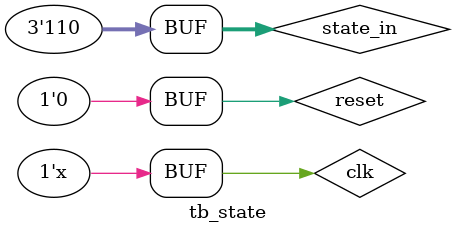
<source format=v>
module tb_state;
	//Inputs
	reg reset;
	reg clk;
	reg [2:0] state_in;
		
	//Outputs
	wire [2:0] state_out;
	
	//UUT
	state U1 (
		.reset(reset),
		.clk(clk),
		.state_in(state_in),
		.state_out(state_out)
	);
	
	
	initial begin 
		//Initialize 
		reset = 1;
		clk = 0;
		state_in = 0 ;
		
		#2 reset = 0;
					
		//Simulation 
		#5 state_in = 000;
		#5 state_in = 001;
		#5 state_in = 101; reset = 1;
		#5 reset = 0;
		#5 state_in = 110;
		#5 state_in = 010;
		#5 state_in = 110;
	end  
	
	always begin
		#1 clk = ~clk;
	end
	
			
endmodule 

</source>
